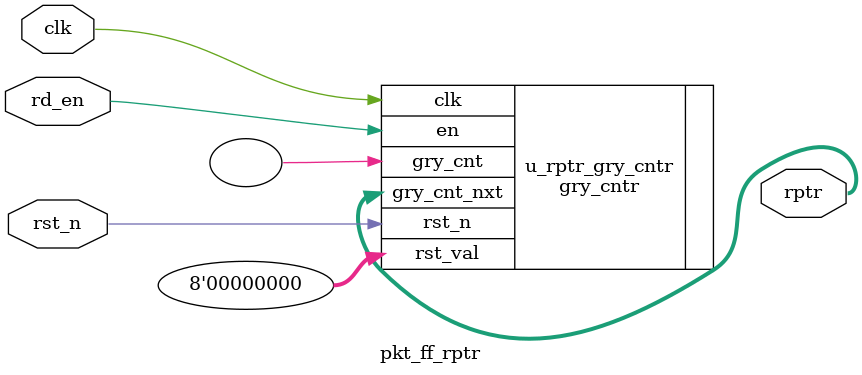
<source format=sv>
/*
 --------------------------------------------------------------------------
   Pegasus - Copyright (C) 2012 Gregory Matthew James.

   This file is part of Pegasus.

   Pegasus is free; you can redistribute it and/or modify
   it under the terms of the GNU General Public License as published by
   the Free Software Foundation; either version 3 of the License, or
   (at your option) any later version.

   Pegasus is distributed in the hope that it will be useful,
   but WITHOUT ANY WARRANTY; without even the implied warranty of
   MERCHANTABILITY or FITNESS FOR A PARTICULAR PURPOSE. See the
   GNU General Public License for more details.

   You should have received a copy of the GNU General Public License
   along with this program. If not, see <http://www.gnu.org/licenses/>.
 --------------------------------------------------------------------------
*/

/*
 --------------------------------------------------------------------------
 -- Project Code      : pegasus
 -- Module Name       : pkt_ff_rptr
 -- Author            : mammenx
 -- Associated modules: 
 -- Function          : This module maintains logic for updating the read
                        pointer.
 --------------------------------------------------------------------------
*/

`timescale 1ns / 10ps


module pkt_ff_rptr  #(PTR_W = 8)
(

  //--------------------- Misc Ports (Logic)  -----------
    clk,
    rst_n,

    rd_en,

    rptr

  //--------------------- Interfaces --------------------


);

//----------------------- Global parameters Declarations ------------------


//----------------------- Input Declarations ------------------------------
  input                       clk;
  input                       rst_n;

  input                       rd_en;

//----------------------- Inout Declarations ------------------------------


//----------------------- Output Declarations -----------------------------
  output  [PTR_W-1:0]         rptr;

//----------------------- Output Register Declaration ---------------------


//----------------------- Internal Register Declarations ------------------


//----------------------- Internal Wire Declarations ----------------------


//----------------------- Internal Interface Declarations -----------------


//----------------------- FSM Declarations --------------------------------


//----------------------- Start of Code -----------------------------------

  //Implement rptr as a gray counter
  gry_cntr        u_rptr_gry_cntr
  (

    .clk          (clk),
    .rst_n        (rst_n),

    .rst_val      ({PTR_W{1'b0}}),

    .en           (rd_en),
    .gry_cnt      (),
    .gry_cnt_nxt  (rptr)

  );

  defparam  u_rptr_gry_cntr.WIDTH   = PTR_W;


endmodule // pkt_ff_rptr

/*
 --------------------------------------------------------------------------

 -- <Header>
 

 -- <Log>

[08-06-2014  02:14:35 PM][mammenx] Initial Commit

[28-05-14 20:18:21] [mammenx] Moved log section to bottom of file

 --------------------------------------------------------------------------
*/

</source>
